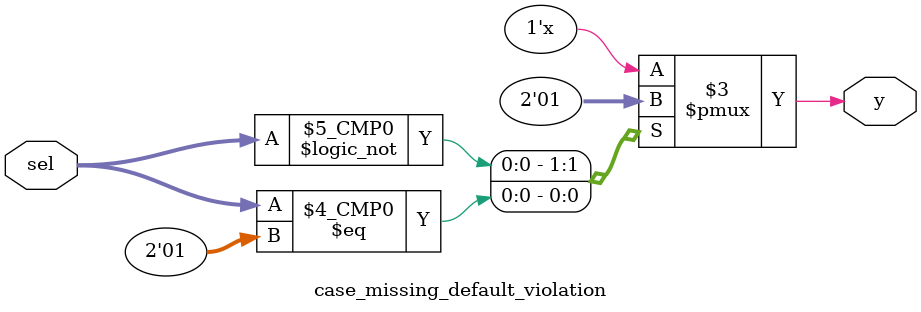
<source format=sv>
`default_nettype none

module case_missing_default_violation(input logic [1:0] sel, output logic y);
  always_comb begin
    case (sel)
      2'd0: y = 1'b0;
      2'd1: y = 1'b1;
    endcase
  end
endmodule

`default_nettype wire

</source>
